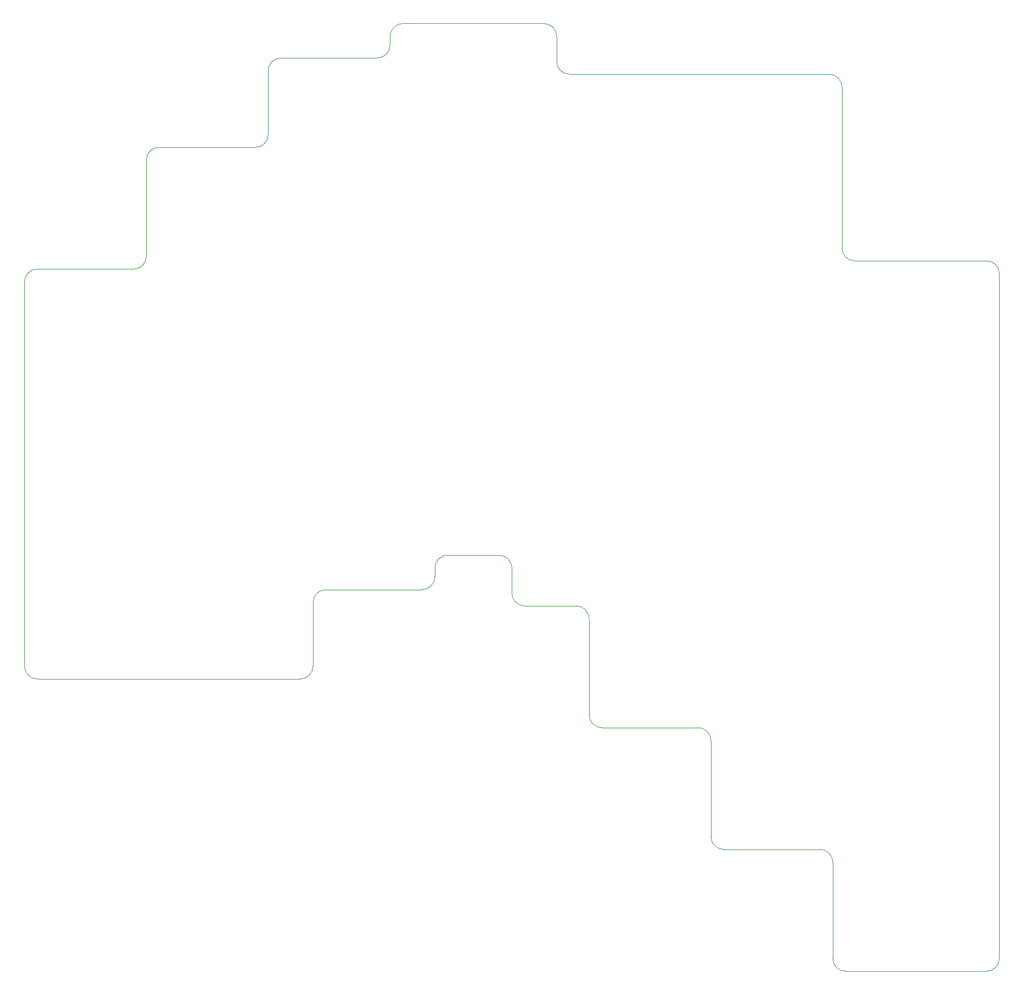
<source format=gm1>
G04 #@! TF.GenerationSoftware,KiCad,Pcbnew,8.0.6-8.0.6-0~ubuntu24.04.1*
G04 #@! TF.CreationDate,2025-02-09T13:09:53-05:00*
G04 #@! TF.ProjectId,keybird_left,6b657962-6972-4645-9f6c-6566742e6b69,rev?*
G04 #@! TF.SameCoordinates,Original*
G04 #@! TF.FileFunction,Profile,NP*
%FSLAX46Y46*%
G04 Gerber Fmt 4.6, Leading zero omitted, Abs format (unit mm)*
G04 Created by KiCad (PCBNEW 8.0.6-8.0.6-0~ubuntu24.04.1) date 2025-02-09 13:09:53*
%MOMM*%
%LPD*%
G01*
G04 APERTURE LIST*
G04 #@! TA.AperFunction,Profile*
%ADD10C,0.050000*%
G04 #@! TD*
G04 #@! TA.AperFunction,Profile*
%ADD11C,0.100000*%
G04 #@! TD*
G04 APERTURE END LIST*
D10*
X74350000Y-35760000D02*
G75*
G02*
X72350000Y-37760000I-2000000J0D01*
G01*
X103465000Y-123500000D02*
G75*
G02*
X105465000Y-125500000I0J-2000000D01*
G01*
X91400000Y-115562500D02*
G75*
G02*
X93400000Y-117562500I0J-2000000D01*
G01*
X95400000Y-123500000D02*
X103465000Y-123500000D01*
X102400000Y-40300000D02*
X143000000Y-40300000D01*
X124515000Y-144550000D02*
X124515000Y-159600000D01*
X76350000Y-32362500D02*
X98400000Y-32362500D01*
X36250000Y-53730000D02*
G75*
G02*
X38250000Y-51730000I2000000J0D01*
G01*
D11*
X62300000Y-122960000D02*
G75*
G02*
X64300000Y-120960000I2000000J0D01*
G01*
D10*
X19200000Y-134930000D02*
X60300000Y-134930000D01*
X62300000Y-132930000D02*
G75*
G02*
X60300000Y-134930000I-2000000J0D01*
G01*
X74350000Y-34362500D02*
G75*
G02*
X76350000Y-32362500I2000000J0D01*
G01*
X141565000Y-161600000D02*
G75*
G02*
X143565000Y-163600000I0J-2000000D01*
G01*
X93400000Y-117562500D02*
X93400000Y-121500000D01*
X19200000Y-134930000D02*
G75*
G02*
X17200000Y-132930000I0J2000000D01*
G01*
D11*
X62300000Y-122960000D02*
X62300000Y-132930000D01*
D10*
X102400000Y-40300000D02*
G75*
G02*
X100400000Y-38300000I0J2000000D01*
G01*
X17200000Y-72780000D02*
G75*
G02*
X19200000Y-70780000I2000000J0D01*
G01*
X34250000Y-70780000D02*
X19200000Y-70780000D01*
X145565000Y-180650000D02*
X167615000Y-180650000D01*
X74350000Y-34362500D02*
X74350000Y-35760000D01*
X122515000Y-142550000D02*
G75*
G02*
X124515000Y-144550000I0J-2000000D01*
G01*
X147000000Y-69500000D02*
X167615000Y-69500000D01*
X167615000Y-69500000D02*
G75*
G02*
X169615000Y-71500000I0J-2000000D01*
G01*
X81350000Y-118960000D02*
G75*
G02*
X79350000Y-120960000I-2000000J0D01*
G01*
X36250000Y-53730000D02*
X36250000Y-68780000D01*
X55300000Y-39760000D02*
X55300000Y-49730000D01*
X143000000Y-40300000D02*
G75*
G02*
X145000000Y-42300000I0J-2000000D01*
G01*
X107465000Y-142550000D02*
G75*
G02*
X105465000Y-140550000I0J2000000D01*
G01*
X72350000Y-37760000D02*
X57300000Y-37760000D01*
X55300000Y-49730000D02*
G75*
G02*
X53300000Y-51730000I-2000000J0D01*
G01*
X126515000Y-161600000D02*
G75*
G02*
X124515000Y-159600000I0J2000000D01*
G01*
X143565000Y-163600000D02*
X143565000Y-178650000D01*
X36250000Y-68780000D02*
G75*
G02*
X34250000Y-70780000I-2000000J0D01*
G01*
X169615000Y-178650000D02*
G75*
G02*
X167615000Y-180650000I-2000000J0D01*
G01*
X147000000Y-69500000D02*
G75*
G02*
X145000000Y-67500000I0J2000000D01*
G01*
X145000000Y-42300000D02*
X145000000Y-67500000D01*
X98400000Y-32362500D02*
G75*
G02*
X100400000Y-34362500I0J-2000000D01*
G01*
X81350000Y-118960000D02*
X81350000Y-117562500D01*
X17200000Y-72780000D02*
X17200000Y-132930000D01*
X55300000Y-39760000D02*
G75*
G02*
X57300000Y-37760000I2000000J0D01*
G01*
X100400000Y-38300000D02*
X100400000Y-34362500D01*
X107465000Y-142550000D02*
X122515000Y-142550000D01*
X126515000Y-161600000D02*
X141565000Y-161600000D01*
X83350000Y-115562500D02*
X91400000Y-115562500D01*
X95400000Y-123500000D02*
G75*
G02*
X93400000Y-121500000I0J2000000D01*
G01*
X105465000Y-125500000D02*
X105465000Y-140550000D01*
X81350000Y-117562500D02*
G75*
G02*
X83350000Y-115562500I2000000J0D01*
G01*
X64300000Y-120960000D02*
X79350000Y-120960000D01*
X53300000Y-51730000D02*
X38250000Y-51730000D01*
X145565000Y-180650000D02*
G75*
G02*
X143565000Y-178650000I0J2000000D01*
G01*
X169615000Y-71500000D02*
X169615000Y-178650000D01*
M02*

</source>
